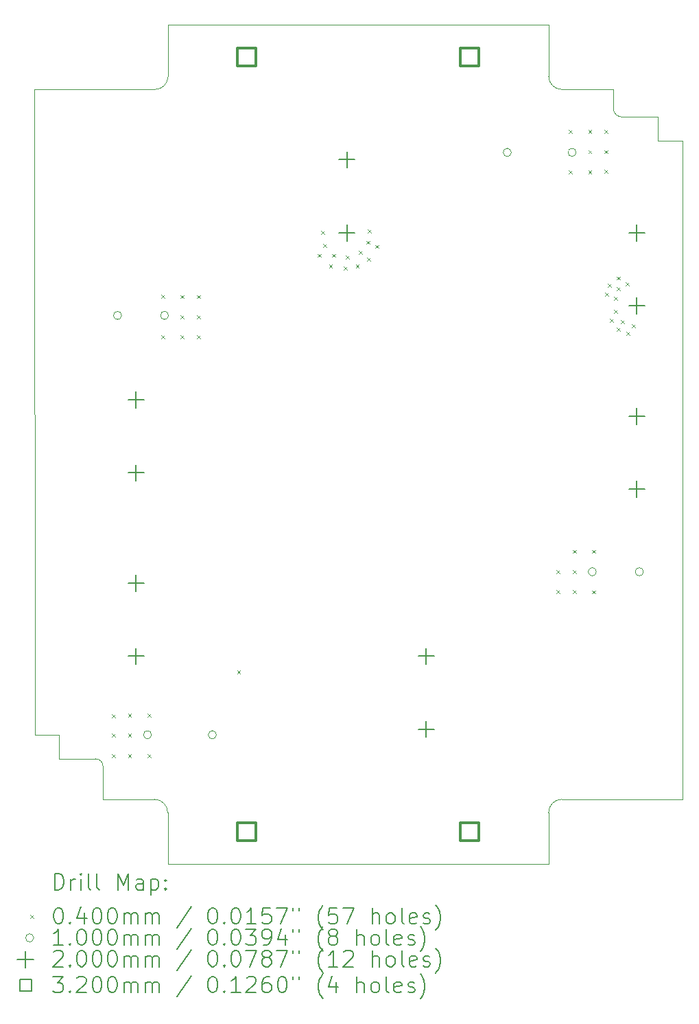
<source format=gbr>
%FSLAX45Y45*%
G04 Gerber Fmt 4.5, Leading zero omitted, Abs format (unit mm)*
G04 Created by KiCad (PCBNEW (6.0.5-0)) date 2023-01-03 07:13:59*
%MOMM*%
%LPD*%
G01*
G04 APERTURE LIST*
%TA.AperFunction,Profile*%
%ADD10C,0.100000*%
%TD*%
%ADD11C,0.200000*%
%ADD12C,0.040000*%
%ADD13C,0.100000*%
%ADD14C,0.320000*%
G04 APERTURE END LIST*
D10*
X13560000Y-14225000D02*
X8860000Y-14225000D01*
X14360000Y-4675000D02*
X14360000Y-4916130D01*
X15210000Y-5310000D02*
X15210000Y-13425000D01*
X7220000Y-12630000D02*
X7520000Y-12630000D01*
X8060567Y-13015036D02*
G75*
G03*
X7966933Y-12925000I-93657J-3694D01*
G01*
X14910000Y-5010000D02*
X14910000Y-5310000D01*
X13560000Y-14225000D02*
X13560000Y-13590000D01*
X8700000Y-4675000D02*
G75*
G03*
X8865000Y-4510000I0J165000D01*
G01*
X14360003Y-4916130D02*
G75*
G03*
X14454946Y-5010000I99097J5280D01*
G01*
X13725000Y-13425000D02*
G75*
G03*
X13560000Y-13590000I0J-165000D01*
G01*
X15210000Y-13425000D02*
X13725000Y-13425000D01*
X8860000Y-13590000D02*
X8860000Y-14225000D01*
X13560000Y-4510000D02*
X13560000Y-3875000D01*
X7210000Y-4675000D02*
X8700000Y-4675000D01*
X8860000Y-13590000D02*
G75*
G03*
X8695000Y-13425000I-165000J0D01*
G01*
X7966933Y-12925000D02*
X7520000Y-12930000D01*
X8695000Y-13425000D02*
X8060000Y-13425000D01*
X8060000Y-13425000D02*
X8060573Y-13015036D01*
X13560000Y-4510000D02*
G75*
G03*
X13725000Y-4675000I165000J0D01*
G01*
X7520000Y-12630000D02*
X7520000Y-12930000D01*
X8865000Y-3875000D02*
X13560000Y-3875000D01*
X7220000Y-12630000D02*
X7210000Y-4675000D01*
X14454946Y-5010000D02*
X14910000Y-5010000D01*
X14910000Y-5310000D02*
X15210000Y-5310000D01*
X8865000Y-3875000D02*
X8865000Y-4510000D01*
X13725000Y-4675000D02*
X14360000Y-4675000D01*
D11*
D12*
X8170000Y-12375000D02*
X8210000Y-12415000D01*
X8210000Y-12375000D02*
X8170000Y-12415000D01*
X8170000Y-12617500D02*
X8210000Y-12657500D01*
X8210000Y-12617500D02*
X8170000Y-12657500D01*
X8170000Y-12867500D02*
X8210000Y-12907500D01*
X8210000Y-12867500D02*
X8170000Y-12907500D01*
X8370000Y-12370000D02*
X8410000Y-12410000D01*
X8410000Y-12370000D02*
X8370000Y-12410000D01*
X8370000Y-12615000D02*
X8410000Y-12655000D01*
X8410000Y-12615000D02*
X8370000Y-12655000D01*
X8370000Y-12867500D02*
X8410000Y-12907500D01*
X8410000Y-12867500D02*
X8370000Y-12907500D01*
X8610000Y-12370000D02*
X8650000Y-12410000D01*
X8650000Y-12370000D02*
X8610000Y-12410000D01*
X8610000Y-12870000D02*
X8650000Y-12910000D01*
X8650000Y-12870000D02*
X8610000Y-12910000D01*
X8780000Y-7207500D02*
X8820000Y-7247500D01*
X8820000Y-7207500D02*
X8780000Y-7247500D01*
X8780000Y-7707500D02*
X8820000Y-7747500D01*
X8820000Y-7707500D02*
X8780000Y-7747500D01*
X9020000Y-7210000D02*
X9060000Y-7250000D01*
X9060000Y-7210000D02*
X9020000Y-7250000D01*
X9020000Y-7457500D02*
X9060000Y-7497500D01*
X9060000Y-7457500D02*
X9020000Y-7497500D01*
X9020000Y-7707500D02*
X9060000Y-7747500D01*
X9060000Y-7707500D02*
X9020000Y-7747500D01*
X9220000Y-7210000D02*
X9260000Y-7250000D01*
X9260000Y-7210000D02*
X9220000Y-7250000D01*
X9220000Y-7460000D02*
X9260000Y-7500000D01*
X9260000Y-7460000D02*
X9220000Y-7500000D01*
X9220000Y-7702500D02*
X9260000Y-7742500D01*
X9260000Y-7702500D02*
X9220000Y-7742500D01*
X9715000Y-11835000D02*
X9755000Y-11875000D01*
X9755000Y-11835000D02*
X9715000Y-11875000D01*
X10710000Y-6700000D02*
X10750000Y-6740000D01*
X10750000Y-6700000D02*
X10710000Y-6740000D01*
X10750000Y-6420000D02*
X10790000Y-6460000D01*
X10790000Y-6420000D02*
X10750000Y-6460000D01*
X10780000Y-6580000D02*
X10820000Y-6620000D01*
X10820000Y-6580000D02*
X10780000Y-6620000D01*
X10850000Y-6830000D02*
X10890000Y-6870000D01*
X10890000Y-6830000D02*
X10850000Y-6870000D01*
X10890000Y-6700000D02*
X10930000Y-6740000D01*
X10930000Y-6700000D02*
X10890000Y-6740000D01*
X11030000Y-6860000D02*
X11070000Y-6900000D01*
X11070000Y-6860000D02*
X11030000Y-6900000D01*
X11060000Y-6720000D02*
X11100000Y-6760000D01*
X11100000Y-6720000D02*
X11060000Y-6760000D01*
X11180000Y-6830000D02*
X11220000Y-6870000D01*
X11220000Y-6830000D02*
X11180000Y-6870000D01*
X11220000Y-6660000D02*
X11260000Y-6700000D01*
X11260000Y-6660000D02*
X11220000Y-6700000D01*
X11310000Y-6540000D02*
X11350000Y-6580000D01*
X11350000Y-6540000D02*
X11310000Y-6580000D01*
X11320000Y-6750000D02*
X11360000Y-6790000D01*
X11360000Y-6750000D02*
X11320000Y-6790000D01*
X11330000Y-6400000D02*
X11370000Y-6440000D01*
X11370000Y-6400000D02*
X11330000Y-6440000D01*
X11420000Y-6590000D02*
X11460000Y-6630000D01*
X11460000Y-6590000D02*
X11420000Y-6630000D01*
X13660000Y-10597500D02*
X13700000Y-10637500D01*
X13700000Y-10597500D02*
X13660000Y-10637500D01*
X13660000Y-10847500D02*
X13700000Y-10887500D01*
X13700000Y-10847500D02*
X13660000Y-10887500D01*
X13810000Y-5170000D02*
X13850000Y-5210000D01*
X13850000Y-5170000D02*
X13810000Y-5210000D01*
X13810000Y-5670000D02*
X13850000Y-5710000D01*
X13850000Y-5670000D02*
X13810000Y-5710000D01*
X13860000Y-10350000D02*
X13900000Y-10390000D01*
X13900000Y-10350000D02*
X13860000Y-10390000D01*
X13860000Y-10597500D02*
X13900000Y-10637500D01*
X13900000Y-10597500D02*
X13860000Y-10637500D01*
X13860000Y-10847500D02*
X13900000Y-10887500D01*
X13900000Y-10847500D02*
X13860000Y-10887500D01*
X14050000Y-5172500D02*
X14090000Y-5212500D01*
X14090000Y-5172500D02*
X14050000Y-5212500D01*
X14050000Y-5422500D02*
X14090000Y-5462500D01*
X14090000Y-5422500D02*
X14050000Y-5462500D01*
X14050000Y-5670000D02*
X14090000Y-5710000D01*
X14090000Y-5670000D02*
X14050000Y-5710000D01*
X14100000Y-10350000D02*
X14140000Y-10390000D01*
X14140000Y-10350000D02*
X14100000Y-10390000D01*
X14100000Y-10850000D02*
X14140000Y-10890000D01*
X14140000Y-10850000D02*
X14100000Y-10890000D01*
X14250000Y-5172500D02*
X14290000Y-5212500D01*
X14290000Y-5172500D02*
X14250000Y-5212500D01*
X14250000Y-5422500D02*
X14290000Y-5462500D01*
X14290000Y-5422500D02*
X14250000Y-5462500D01*
X14250000Y-5665000D02*
X14290000Y-5705000D01*
X14290000Y-5665000D02*
X14250000Y-5705000D01*
X14260000Y-7180000D02*
X14300000Y-7220000D01*
X14300000Y-7180000D02*
X14260000Y-7220000D01*
X14290000Y-7070000D02*
X14330000Y-7110000D01*
X14330000Y-7070000D02*
X14290000Y-7110000D01*
X14320000Y-7500000D02*
X14360000Y-7540000D01*
X14360000Y-7500000D02*
X14320000Y-7540000D01*
X14370000Y-7230000D02*
X14410000Y-7270000D01*
X14410000Y-7230000D02*
X14370000Y-7270000D01*
X14370000Y-7390000D02*
X14410000Y-7430000D01*
X14410000Y-7390000D02*
X14370000Y-7430000D01*
X14400000Y-6980000D02*
X14440000Y-7020000D01*
X14440000Y-6980000D02*
X14400000Y-7020000D01*
X14400000Y-7110000D02*
X14440000Y-7150000D01*
X14440000Y-7110000D02*
X14400000Y-7150000D01*
X14400000Y-7610000D02*
X14440000Y-7650000D01*
X14440000Y-7610000D02*
X14400000Y-7650000D01*
X14450000Y-7520000D02*
X14490000Y-7560000D01*
X14490000Y-7520000D02*
X14450000Y-7560000D01*
X14510000Y-7050000D02*
X14550000Y-7090000D01*
X14550000Y-7050000D02*
X14510000Y-7090000D01*
X14520000Y-7660000D02*
X14560000Y-7700000D01*
X14560000Y-7660000D02*
X14520000Y-7700000D01*
X14590000Y-7570000D02*
X14630000Y-7610000D01*
X14630000Y-7570000D02*
X14590000Y-7610000D01*
D13*
X8290000Y-7460000D02*
G75*
G03*
X8290000Y-7460000I-50000J0D01*
G01*
X8660000Y-12630000D02*
G75*
G03*
X8660000Y-12630000I-50000J0D01*
G01*
X8870000Y-7460000D02*
G75*
G03*
X8870000Y-7460000I-50000J0D01*
G01*
X9460000Y-12630000D02*
G75*
G03*
X9460000Y-12630000I-50000J0D01*
G01*
X13100000Y-5450000D02*
G75*
G03*
X13100000Y-5450000I-50000J0D01*
G01*
X13900000Y-5450000D02*
G75*
G03*
X13900000Y-5450000I-50000J0D01*
G01*
X14150000Y-10620000D02*
G75*
G03*
X14150000Y-10620000I-50000J0D01*
G01*
X14730000Y-10620000D02*
G75*
G03*
X14730000Y-10620000I-50000J0D01*
G01*
D11*
X8470000Y-8400000D02*
X8470000Y-8600000D01*
X8370000Y-8500000D02*
X8570000Y-8500000D01*
X8470000Y-9300000D02*
X8470000Y-9500000D01*
X8370000Y-9400000D02*
X8570000Y-9400000D01*
X8470000Y-10660000D02*
X8470000Y-10860000D01*
X8370000Y-10760000D02*
X8570000Y-10760000D01*
X8470000Y-11560000D02*
X8470000Y-11760000D01*
X8370000Y-11660000D02*
X8570000Y-11660000D01*
X11070000Y-5440000D02*
X11070000Y-5640000D01*
X10970000Y-5540000D02*
X11170000Y-5540000D01*
X11070000Y-6340000D02*
X11070000Y-6540000D01*
X10970000Y-6440000D02*
X11170000Y-6440000D01*
X12050000Y-11560000D02*
X12050000Y-11760000D01*
X11950000Y-11660000D02*
X12150000Y-11660000D01*
X12050000Y-12460000D02*
X12050000Y-12660000D01*
X11950000Y-12560000D02*
X12150000Y-12560000D01*
X14650000Y-6340000D02*
X14650000Y-6540000D01*
X14550000Y-6440000D02*
X14750000Y-6440000D01*
X14650000Y-7240000D02*
X14650000Y-7440000D01*
X14550000Y-7340000D02*
X14750000Y-7340000D01*
X14650000Y-8600000D02*
X14650000Y-8800000D01*
X14550000Y-8700000D02*
X14750000Y-8700000D01*
X14650000Y-9500000D02*
X14650000Y-9700000D01*
X14550000Y-9600000D02*
X14750000Y-9600000D01*
D14*
X9948138Y-4388138D02*
X9948138Y-4161862D01*
X9721862Y-4161862D01*
X9721862Y-4388138D01*
X9948138Y-4388138D01*
X9948138Y-13938138D02*
X9948138Y-13711862D01*
X9721862Y-13711862D01*
X9721862Y-13938138D01*
X9948138Y-13938138D01*
X12698138Y-4388138D02*
X12698138Y-4161862D01*
X12471862Y-4161862D01*
X12471862Y-4388138D01*
X12698138Y-4388138D01*
X12698138Y-13938138D02*
X12698138Y-13711862D01*
X12471862Y-13711862D01*
X12471862Y-13938138D01*
X12698138Y-13938138D01*
D11*
X7462619Y-14540476D02*
X7462619Y-14340476D01*
X7510238Y-14340476D01*
X7538809Y-14350000D01*
X7557857Y-14369048D01*
X7567381Y-14388095D01*
X7576905Y-14426190D01*
X7576905Y-14454762D01*
X7567381Y-14492857D01*
X7557857Y-14511905D01*
X7538809Y-14530952D01*
X7510238Y-14540476D01*
X7462619Y-14540476D01*
X7662619Y-14540476D02*
X7662619Y-14407143D01*
X7662619Y-14445238D02*
X7672143Y-14426190D01*
X7681667Y-14416667D01*
X7700714Y-14407143D01*
X7719762Y-14407143D01*
X7786428Y-14540476D02*
X7786428Y-14407143D01*
X7786428Y-14340476D02*
X7776905Y-14350000D01*
X7786428Y-14359524D01*
X7795952Y-14350000D01*
X7786428Y-14340476D01*
X7786428Y-14359524D01*
X7910238Y-14540476D02*
X7891190Y-14530952D01*
X7881667Y-14511905D01*
X7881667Y-14340476D01*
X8015000Y-14540476D02*
X7995952Y-14530952D01*
X7986428Y-14511905D01*
X7986428Y-14340476D01*
X8243571Y-14540476D02*
X8243571Y-14340476D01*
X8310238Y-14483333D01*
X8376905Y-14340476D01*
X8376905Y-14540476D01*
X8557857Y-14540476D02*
X8557857Y-14435714D01*
X8548333Y-14416667D01*
X8529286Y-14407143D01*
X8491190Y-14407143D01*
X8472143Y-14416667D01*
X8557857Y-14530952D02*
X8538810Y-14540476D01*
X8491190Y-14540476D01*
X8472143Y-14530952D01*
X8462619Y-14511905D01*
X8462619Y-14492857D01*
X8472143Y-14473809D01*
X8491190Y-14464286D01*
X8538810Y-14464286D01*
X8557857Y-14454762D01*
X8653095Y-14407143D02*
X8653095Y-14607143D01*
X8653095Y-14416667D02*
X8672143Y-14407143D01*
X8710238Y-14407143D01*
X8729286Y-14416667D01*
X8738810Y-14426190D01*
X8748333Y-14445238D01*
X8748333Y-14502381D01*
X8738810Y-14521428D01*
X8729286Y-14530952D01*
X8710238Y-14540476D01*
X8672143Y-14540476D01*
X8653095Y-14530952D01*
X8834048Y-14521428D02*
X8843571Y-14530952D01*
X8834048Y-14540476D01*
X8824524Y-14530952D01*
X8834048Y-14521428D01*
X8834048Y-14540476D01*
X8834048Y-14416667D02*
X8843571Y-14426190D01*
X8834048Y-14435714D01*
X8824524Y-14426190D01*
X8834048Y-14416667D01*
X8834048Y-14435714D01*
D12*
X7165000Y-14850000D02*
X7205000Y-14890000D01*
X7205000Y-14850000D02*
X7165000Y-14890000D01*
D11*
X7500714Y-14760476D02*
X7519762Y-14760476D01*
X7538809Y-14770000D01*
X7548333Y-14779524D01*
X7557857Y-14798571D01*
X7567381Y-14836667D01*
X7567381Y-14884286D01*
X7557857Y-14922381D01*
X7548333Y-14941428D01*
X7538809Y-14950952D01*
X7519762Y-14960476D01*
X7500714Y-14960476D01*
X7481667Y-14950952D01*
X7472143Y-14941428D01*
X7462619Y-14922381D01*
X7453095Y-14884286D01*
X7453095Y-14836667D01*
X7462619Y-14798571D01*
X7472143Y-14779524D01*
X7481667Y-14770000D01*
X7500714Y-14760476D01*
X7653095Y-14941428D02*
X7662619Y-14950952D01*
X7653095Y-14960476D01*
X7643571Y-14950952D01*
X7653095Y-14941428D01*
X7653095Y-14960476D01*
X7834048Y-14827143D02*
X7834048Y-14960476D01*
X7786428Y-14750952D02*
X7738809Y-14893809D01*
X7862619Y-14893809D01*
X7976905Y-14760476D02*
X7995952Y-14760476D01*
X8015000Y-14770000D01*
X8024524Y-14779524D01*
X8034048Y-14798571D01*
X8043571Y-14836667D01*
X8043571Y-14884286D01*
X8034048Y-14922381D01*
X8024524Y-14941428D01*
X8015000Y-14950952D01*
X7995952Y-14960476D01*
X7976905Y-14960476D01*
X7957857Y-14950952D01*
X7948333Y-14941428D01*
X7938809Y-14922381D01*
X7929286Y-14884286D01*
X7929286Y-14836667D01*
X7938809Y-14798571D01*
X7948333Y-14779524D01*
X7957857Y-14770000D01*
X7976905Y-14760476D01*
X8167381Y-14760476D02*
X8186428Y-14760476D01*
X8205476Y-14770000D01*
X8215000Y-14779524D01*
X8224524Y-14798571D01*
X8234048Y-14836667D01*
X8234048Y-14884286D01*
X8224524Y-14922381D01*
X8215000Y-14941428D01*
X8205476Y-14950952D01*
X8186428Y-14960476D01*
X8167381Y-14960476D01*
X8148333Y-14950952D01*
X8138809Y-14941428D01*
X8129286Y-14922381D01*
X8119762Y-14884286D01*
X8119762Y-14836667D01*
X8129286Y-14798571D01*
X8138809Y-14779524D01*
X8148333Y-14770000D01*
X8167381Y-14760476D01*
X8319762Y-14960476D02*
X8319762Y-14827143D01*
X8319762Y-14846190D02*
X8329286Y-14836667D01*
X8348333Y-14827143D01*
X8376905Y-14827143D01*
X8395952Y-14836667D01*
X8405476Y-14855714D01*
X8405476Y-14960476D01*
X8405476Y-14855714D02*
X8415000Y-14836667D01*
X8434048Y-14827143D01*
X8462619Y-14827143D01*
X8481667Y-14836667D01*
X8491190Y-14855714D01*
X8491190Y-14960476D01*
X8586429Y-14960476D02*
X8586429Y-14827143D01*
X8586429Y-14846190D02*
X8595952Y-14836667D01*
X8615000Y-14827143D01*
X8643571Y-14827143D01*
X8662619Y-14836667D01*
X8672143Y-14855714D01*
X8672143Y-14960476D01*
X8672143Y-14855714D02*
X8681667Y-14836667D01*
X8700714Y-14827143D01*
X8729286Y-14827143D01*
X8748333Y-14836667D01*
X8757857Y-14855714D01*
X8757857Y-14960476D01*
X9148333Y-14750952D02*
X8976905Y-15008095D01*
X9405476Y-14760476D02*
X9424524Y-14760476D01*
X9443571Y-14770000D01*
X9453095Y-14779524D01*
X9462619Y-14798571D01*
X9472143Y-14836667D01*
X9472143Y-14884286D01*
X9462619Y-14922381D01*
X9453095Y-14941428D01*
X9443571Y-14950952D01*
X9424524Y-14960476D01*
X9405476Y-14960476D01*
X9386429Y-14950952D01*
X9376905Y-14941428D01*
X9367381Y-14922381D01*
X9357857Y-14884286D01*
X9357857Y-14836667D01*
X9367381Y-14798571D01*
X9376905Y-14779524D01*
X9386429Y-14770000D01*
X9405476Y-14760476D01*
X9557857Y-14941428D02*
X9567381Y-14950952D01*
X9557857Y-14960476D01*
X9548333Y-14950952D01*
X9557857Y-14941428D01*
X9557857Y-14960476D01*
X9691190Y-14760476D02*
X9710238Y-14760476D01*
X9729286Y-14770000D01*
X9738810Y-14779524D01*
X9748333Y-14798571D01*
X9757857Y-14836667D01*
X9757857Y-14884286D01*
X9748333Y-14922381D01*
X9738810Y-14941428D01*
X9729286Y-14950952D01*
X9710238Y-14960476D01*
X9691190Y-14960476D01*
X9672143Y-14950952D01*
X9662619Y-14941428D01*
X9653095Y-14922381D01*
X9643571Y-14884286D01*
X9643571Y-14836667D01*
X9653095Y-14798571D01*
X9662619Y-14779524D01*
X9672143Y-14770000D01*
X9691190Y-14760476D01*
X9948333Y-14960476D02*
X9834048Y-14960476D01*
X9891190Y-14960476D02*
X9891190Y-14760476D01*
X9872143Y-14789048D01*
X9853095Y-14808095D01*
X9834048Y-14817619D01*
X10129286Y-14760476D02*
X10034048Y-14760476D01*
X10024524Y-14855714D01*
X10034048Y-14846190D01*
X10053095Y-14836667D01*
X10100714Y-14836667D01*
X10119762Y-14846190D01*
X10129286Y-14855714D01*
X10138810Y-14874762D01*
X10138810Y-14922381D01*
X10129286Y-14941428D01*
X10119762Y-14950952D01*
X10100714Y-14960476D01*
X10053095Y-14960476D01*
X10034048Y-14950952D01*
X10024524Y-14941428D01*
X10205476Y-14760476D02*
X10338810Y-14760476D01*
X10253095Y-14960476D01*
X10405476Y-14760476D02*
X10405476Y-14798571D01*
X10481667Y-14760476D02*
X10481667Y-14798571D01*
X10776905Y-15036667D02*
X10767381Y-15027143D01*
X10748333Y-14998571D01*
X10738810Y-14979524D01*
X10729286Y-14950952D01*
X10719762Y-14903333D01*
X10719762Y-14865238D01*
X10729286Y-14817619D01*
X10738810Y-14789048D01*
X10748333Y-14770000D01*
X10767381Y-14741428D01*
X10776905Y-14731905D01*
X10948333Y-14760476D02*
X10853095Y-14760476D01*
X10843571Y-14855714D01*
X10853095Y-14846190D01*
X10872143Y-14836667D01*
X10919762Y-14836667D01*
X10938810Y-14846190D01*
X10948333Y-14855714D01*
X10957857Y-14874762D01*
X10957857Y-14922381D01*
X10948333Y-14941428D01*
X10938810Y-14950952D01*
X10919762Y-14960476D01*
X10872143Y-14960476D01*
X10853095Y-14950952D01*
X10843571Y-14941428D01*
X11024524Y-14760476D02*
X11157857Y-14760476D01*
X11072143Y-14960476D01*
X11386428Y-14960476D02*
X11386428Y-14760476D01*
X11472143Y-14960476D02*
X11472143Y-14855714D01*
X11462619Y-14836667D01*
X11443571Y-14827143D01*
X11415000Y-14827143D01*
X11395952Y-14836667D01*
X11386428Y-14846190D01*
X11595952Y-14960476D02*
X11576905Y-14950952D01*
X11567381Y-14941428D01*
X11557857Y-14922381D01*
X11557857Y-14865238D01*
X11567381Y-14846190D01*
X11576905Y-14836667D01*
X11595952Y-14827143D01*
X11624524Y-14827143D01*
X11643571Y-14836667D01*
X11653095Y-14846190D01*
X11662619Y-14865238D01*
X11662619Y-14922381D01*
X11653095Y-14941428D01*
X11643571Y-14950952D01*
X11624524Y-14960476D01*
X11595952Y-14960476D01*
X11776905Y-14960476D02*
X11757857Y-14950952D01*
X11748333Y-14931905D01*
X11748333Y-14760476D01*
X11929286Y-14950952D02*
X11910238Y-14960476D01*
X11872143Y-14960476D01*
X11853095Y-14950952D01*
X11843571Y-14931905D01*
X11843571Y-14855714D01*
X11853095Y-14836667D01*
X11872143Y-14827143D01*
X11910238Y-14827143D01*
X11929286Y-14836667D01*
X11938809Y-14855714D01*
X11938809Y-14874762D01*
X11843571Y-14893809D01*
X12015000Y-14950952D02*
X12034048Y-14960476D01*
X12072143Y-14960476D01*
X12091190Y-14950952D01*
X12100714Y-14931905D01*
X12100714Y-14922381D01*
X12091190Y-14903333D01*
X12072143Y-14893809D01*
X12043571Y-14893809D01*
X12024524Y-14884286D01*
X12015000Y-14865238D01*
X12015000Y-14855714D01*
X12024524Y-14836667D01*
X12043571Y-14827143D01*
X12072143Y-14827143D01*
X12091190Y-14836667D01*
X12167381Y-15036667D02*
X12176905Y-15027143D01*
X12195952Y-14998571D01*
X12205476Y-14979524D01*
X12215000Y-14950952D01*
X12224524Y-14903333D01*
X12224524Y-14865238D01*
X12215000Y-14817619D01*
X12205476Y-14789048D01*
X12195952Y-14770000D01*
X12176905Y-14741428D01*
X12167381Y-14731905D01*
D13*
X7205000Y-15134000D02*
G75*
G03*
X7205000Y-15134000I-50000J0D01*
G01*
D11*
X7567381Y-15224476D02*
X7453095Y-15224476D01*
X7510238Y-15224476D02*
X7510238Y-15024476D01*
X7491190Y-15053048D01*
X7472143Y-15072095D01*
X7453095Y-15081619D01*
X7653095Y-15205428D02*
X7662619Y-15214952D01*
X7653095Y-15224476D01*
X7643571Y-15214952D01*
X7653095Y-15205428D01*
X7653095Y-15224476D01*
X7786428Y-15024476D02*
X7805476Y-15024476D01*
X7824524Y-15034000D01*
X7834048Y-15043524D01*
X7843571Y-15062571D01*
X7853095Y-15100667D01*
X7853095Y-15148286D01*
X7843571Y-15186381D01*
X7834048Y-15205428D01*
X7824524Y-15214952D01*
X7805476Y-15224476D01*
X7786428Y-15224476D01*
X7767381Y-15214952D01*
X7757857Y-15205428D01*
X7748333Y-15186381D01*
X7738809Y-15148286D01*
X7738809Y-15100667D01*
X7748333Y-15062571D01*
X7757857Y-15043524D01*
X7767381Y-15034000D01*
X7786428Y-15024476D01*
X7976905Y-15024476D02*
X7995952Y-15024476D01*
X8015000Y-15034000D01*
X8024524Y-15043524D01*
X8034048Y-15062571D01*
X8043571Y-15100667D01*
X8043571Y-15148286D01*
X8034048Y-15186381D01*
X8024524Y-15205428D01*
X8015000Y-15214952D01*
X7995952Y-15224476D01*
X7976905Y-15224476D01*
X7957857Y-15214952D01*
X7948333Y-15205428D01*
X7938809Y-15186381D01*
X7929286Y-15148286D01*
X7929286Y-15100667D01*
X7938809Y-15062571D01*
X7948333Y-15043524D01*
X7957857Y-15034000D01*
X7976905Y-15024476D01*
X8167381Y-15024476D02*
X8186428Y-15024476D01*
X8205476Y-15034000D01*
X8215000Y-15043524D01*
X8224524Y-15062571D01*
X8234048Y-15100667D01*
X8234048Y-15148286D01*
X8224524Y-15186381D01*
X8215000Y-15205428D01*
X8205476Y-15214952D01*
X8186428Y-15224476D01*
X8167381Y-15224476D01*
X8148333Y-15214952D01*
X8138809Y-15205428D01*
X8129286Y-15186381D01*
X8119762Y-15148286D01*
X8119762Y-15100667D01*
X8129286Y-15062571D01*
X8138809Y-15043524D01*
X8148333Y-15034000D01*
X8167381Y-15024476D01*
X8319762Y-15224476D02*
X8319762Y-15091143D01*
X8319762Y-15110190D02*
X8329286Y-15100667D01*
X8348333Y-15091143D01*
X8376905Y-15091143D01*
X8395952Y-15100667D01*
X8405476Y-15119714D01*
X8405476Y-15224476D01*
X8405476Y-15119714D02*
X8415000Y-15100667D01*
X8434048Y-15091143D01*
X8462619Y-15091143D01*
X8481667Y-15100667D01*
X8491190Y-15119714D01*
X8491190Y-15224476D01*
X8586429Y-15224476D02*
X8586429Y-15091143D01*
X8586429Y-15110190D02*
X8595952Y-15100667D01*
X8615000Y-15091143D01*
X8643571Y-15091143D01*
X8662619Y-15100667D01*
X8672143Y-15119714D01*
X8672143Y-15224476D01*
X8672143Y-15119714D02*
X8681667Y-15100667D01*
X8700714Y-15091143D01*
X8729286Y-15091143D01*
X8748333Y-15100667D01*
X8757857Y-15119714D01*
X8757857Y-15224476D01*
X9148333Y-15014952D02*
X8976905Y-15272095D01*
X9405476Y-15024476D02*
X9424524Y-15024476D01*
X9443571Y-15034000D01*
X9453095Y-15043524D01*
X9462619Y-15062571D01*
X9472143Y-15100667D01*
X9472143Y-15148286D01*
X9462619Y-15186381D01*
X9453095Y-15205428D01*
X9443571Y-15214952D01*
X9424524Y-15224476D01*
X9405476Y-15224476D01*
X9386429Y-15214952D01*
X9376905Y-15205428D01*
X9367381Y-15186381D01*
X9357857Y-15148286D01*
X9357857Y-15100667D01*
X9367381Y-15062571D01*
X9376905Y-15043524D01*
X9386429Y-15034000D01*
X9405476Y-15024476D01*
X9557857Y-15205428D02*
X9567381Y-15214952D01*
X9557857Y-15224476D01*
X9548333Y-15214952D01*
X9557857Y-15205428D01*
X9557857Y-15224476D01*
X9691190Y-15024476D02*
X9710238Y-15024476D01*
X9729286Y-15034000D01*
X9738810Y-15043524D01*
X9748333Y-15062571D01*
X9757857Y-15100667D01*
X9757857Y-15148286D01*
X9748333Y-15186381D01*
X9738810Y-15205428D01*
X9729286Y-15214952D01*
X9710238Y-15224476D01*
X9691190Y-15224476D01*
X9672143Y-15214952D01*
X9662619Y-15205428D01*
X9653095Y-15186381D01*
X9643571Y-15148286D01*
X9643571Y-15100667D01*
X9653095Y-15062571D01*
X9662619Y-15043524D01*
X9672143Y-15034000D01*
X9691190Y-15024476D01*
X9824524Y-15024476D02*
X9948333Y-15024476D01*
X9881667Y-15100667D01*
X9910238Y-15100667D01*
X9929286Y-15110190D01*
X9938810Y-15119714D01*
X9948333Y-15138762D01*
X9948333Y-15186381D01*
X9938810Y-15205428D01*
X9929286Y-15214952D01*
X9910238Y-15224476D01*
X9853095Y-15224476D01*
X9834048Y-15214952D01*
X9824524Y-15205428D01*
X10043571Y-15224476D02*
X10081667Y-15224476D01*
X10100714Y-15214952D01*
X10110238Y-15205428D01*
X10129286Y-15176857D01*
X10138810Y-15138762D01*
X10138810Y-15062571D01*
X10129286Y-15043524D01*
X10119762Y-15034000D01*
X10100714Y-15024476D01*
X10062619Y-15024476D01*
X10043571Y-15034000D01*
X10034048Y-15043524D01*
X10024524Y-15062571D01*
X10024524Y-15110190D01*
X10034048Y-15129238D01*
X10043571Y-15138762D01*
X10062619Y-15148286D01*
X10100714Y-15148286D01*
X10119762Y-15138762D01*
X10129286Y-15129238D01*
X10138810Y-15110190D01*
X10310238Y-15091143D02*
X10310238Y-15224476D01*
X10262619Y-15014952D02*
X10215000Y-15157809D01*
X10338810Y-15157809D01*
X10405476Y-15024476D02*
X10405476Y-15062571D01*
X10481667Y-15024476D02*
X10481667Y-15062571D01*
X10776905Y-15300667D02*
X10767381Y-15291143D01*
X10748333Y-15262571D01*
X10738810Y-15243524D01*
X10729286Y-15214952D01*
X10719762Y-15167333D01*
X10719762Y-15129238D01*
X10729286Y-15081619D01*
X10738810Y-15053048D01*
X10748333Y-15034000D01*
X10767381Y-15005428D01*
X10776905Y-14995905D01*
X10881667Y-15110190D02*
X10862619Y-15100667D01*
X10853095Y-15091143D01*
X10843571Y-15072095D01*
X10843571Y-15062571D01*
X10853095Y-15043524D01*
X10862619Y-15034000D01*
X10881667Y-15024476D01*
X10919762Y-15024476D01*
X10938810Y-15034000D01*
X10948333Y-15043524D01*
X10957857Y-15062571D01*
X10957857Y-15072095D01*
X10948333Y-15091143D01*
X10938810Y-15100667D01*
X10919762Y-15110190D01*
X10881667Y-15110190D01*
X10862619Y-15119714D01*
X10853095Y-15129238D01*
X10843571Y-15148286D01*
X10843571Y-15186381D01*
X10853095Y-15205428D01*
X10862619Y-15214952D01*
X10881667Y-15224476D01*
X10919762Y-15224476D01*
X10938810Y-15214952D01*
X10948333Y-15205428D01*
X10957857Y-15186381D01*
X10957857Y-15148286D01*
X10948333Y-15129238D01*
X10938810Y-15119714D01*
X10919762Y-15110190D01*
X11195952Y-15224476D02*
X11195952Y-15024476D01*
X11281667Y-15224476D02*
X11281667Y-15119714D01*
X11272143Y-15100667D01*
X11253095Y-15091143D01*
X11224524Y-15091143D01*
X11205476Y-15100667D01*
X11195952Y-15110190D01*
X11405476Y-15224476D02*
X11386428Y-15214952D01*
X11376905Y-15205428D01*
X11367381Y-15186381D01*
X11367381Y-15129238D01*
X11376905Y-15110190D01*
X11386428Y-15100667D01*
X11405476Y-15091143D01*
X11434048Y-15091143D01*
X11453095Y-15100667D01*
X11462619Y-15110190D01*
X11472143Y-15129238D01*
X11472143Y-15186381D01*
X11462619Y-15205428D01*
X11453095Y-15214952D01*
X11434048Y-15224476D01*
X11405476Y-15224476D01*
X11586428Y-15224476D02*
X11567381Y-15214952D01*
X11557857Y-15195905D01*
X11557857Y-15024476D01*
X11738809Y-15214952D02*
X11719762Y-15224476D01*
X11681667Y-15224476D01*
X11662619Y-15214952D01*
X11653095Y-15195905D01*
X11653095Y-15119714D01*
X11662619Y-15100667D01*
X11681667Y-15091143D01*
X11719762Y-15091143D01*
X11738809Y-15100667D01*
X11748333Y-15119714D01*
X11748333Y-15138762D01*
X11653095Y-15157809D01*
X11824524Y-15214952D02*
X11843571Y-15224476D01*
X11881667Y-15224476D01*
X11900714Y-15214952D01*
X11910238Y-15195905D01*
X11910238Y-15186381D01*
X11900714Y-15167333D01*
X11881667Y-15157809D01*
X11853095Y-15157809D01*
X11834048Y-15148286D01*
X11824524Y-15129238D01*
X11824524Y-15119714D01*
X11834048Y-15100667D01*
X11853095Y-15091143D01*
X11881667Y-15091143D01*
X11900714Y-15100667D01*
X11976905Y-15300667D02*
X11986428Y-15291143D01*
X12005476Y-15262571D01*
X12015000Y-15243524D01*
X12024524Y-15214952D01*
X12034048Y-15167333D01*
X12034048Y-15129238D01*
X12024524Y-15081619D01*
X12015000Y-15053048D01*
X12005476Y-15034000D01*
X11986428Y-15005428D01*
X11976905Y-14995905D01*
X7105000Y-15298000D02*
X7105000Y-15498000D01*
X7005000Y-15398000D02*
X7205000Y-15398000D01*
X7453095Y-15307524D02*
X7462619Y-15298000D01*
X7481667Y-15288476D01*
X7529286Y-15288476D01*
X7548333Y-15298000D01*
X7557857Y-15307524D01*
X7567381Y-15326571D01*
X7567381Y-15345619D01*
X7557857Y-15374190D01*
X7443571Y-15488476D01*
X7567381Y-15488476D01*
X7653095Y-15469428D02*
X7662619Y-15478952D01*
X7653095Y-15488476D01*
X7643571Y-15478952D01*
X7653095Y-15469428D01*
X7653095Y-15488476D01*
X7786428Y-15288476D02*
X7805476Y-15288476D01*
X7824524Y-15298000D01*
X7834048Y-15307524D01*
X7843571Y-15326571D01*
X7853095Y-15364667D01*
X7853095Y-15412286D01*
X7843571Y-15450381D01*
X7834048Y-15469428D01*
X7824524Y-15478952D01*
X7805476Y-15488476D01*
X7786428Y-15488476D01*
X7767381Y-15478952D01*
X7757857Y-15469428D01*
X7748333Y-15450381D01*
X7738809Y-15412286D01*
X7738809Y-15364667D01*
X7748333Y-15326571D01*
X7757857Y-15307524D01*
X7767381Y-15298000D01*
X7786428Y-15288476D01*
X7976905Y-15288476D02*
X7995952Y-15288476D01*
X8015000Y-15298000D01*
X8024524Y-15307524D01*
X8034048Y-15326571D01*
X8043571Y-15364667D01*
X8043571Y-15412286D01*
X8034048Y-15450381D01*
X8024524Y-15469428D01*
X8015000Y-15478952D01*
X7995952Y-15488476D01*
X7976905Y-15488476D01*
X7957857Y-15478952D01*
X7948333Y-15469428D01*
X7938809Y-15450381D01*
X7929286Y-15412286D01*
X7929286Y-15364667D01*
X7938809Y-15326571D01*
X7948333Y-15307524D01*
X7957857Y-15298000D01*
X7976905Y-15288476D01*
X8167381Y-15288476D02*
X8186428Y-15288476D01*
X8205476Y-15298000D01*
X8215000Y-15307524D01*
X8224524Y-15326571D01*
X8234048Y-15364667D01*
X8234048Y-15412286D01*
X8224524Y-15450381D01*
X8215000Y-15469428D01*
X8205476Y-15478952D01*
X8186428Y-15488476D01*
X8167381Y-15488476D01*
X8148333Y-15478952D01*
X8138809Y-15469428D01*
X8129286Y-15450381D01*
X8119762Y-15412286D01*
X8119762Y-15364667D01*
X8129286Y-15326571D01*
X8138809Y-15307524D01*
X8148333Y-15298000D01*
X8167381Y-15288476D01*
X8319762Y-15488476D02*
X8319762Y-15355143D01*
X8319762Y-15374190D02*
X8329286Y-15364667D01*
X8348333Y-15355143D01*
X8376905Y-15355143D01*
X8395952Y-15364667D01*
X8405476Y-15383714D01*
X8405476Y-15488476D01*
X8405476Y-15383714D02*
X8415000Y-15364667D01*
X8434048Y-15355143D01*
X8462619Y-15355143D01*
X8481667Y-15364667D01*
X8491190Y-15383714D01*
X8491190Y-15488476D01*
X8586429Y-15488476D02*
X8586429Y-15355143D01*
X8586429Y-15374190D02*
X8595952Y-15364667D01*
X8615000Y-15355143D01*
X8643571Y-15355143D01*
X8662619Y-15364667D01*
X8672143Y-15383714D01*
X8672143Y-15488476D01*
X8672143Y-15383714D02*
X8681667Y-15364667D01*
X8700714Y-15355143D01*
X8729286Y-15355143D01*
X8748333Y-15364667D01*
X8757857Y-15383714D01*
X8757857Y-15488476D01*
X9148333Y-15278952D02*
X8976905Y-15536095D01*
X9405476Y-15288476D02*
X9424524Y-15288476D01*
X9443571Y-15298000D01*
X9453095Y-15307524D01*
X9462619Y-15326571D01*
X9472143Y-15364667D01*
X9472143Y-15412286D01*
X9462619Y-15450381D01*
X9453095Y-15469428D01*
X9443571Y-15478952D01*
X9424524Y-15488476D01*
X9405476Y-15488476D01*
X9386429Y-15478952D01*
X9376905Y-15469428D01*
X9367381Y-15450381D01*
X9357857Y-15412286D01*
X9357857Y-15364667D01*
X9367381Y-15326571D01*
X9376905Y-15307524D01*
X9386429Y-15298000D01*
X9405476Y-15288476D01*
X9557857Y-15469428D02*
X9567381Y-15478952D01*
X9557857Y-15488476D01*
X9548333Y-15478952D01*
X9557857Y-15469428D01*
X9557857Y-15488476D01*
X9691190Y-15288476D02*
X9710238Y-15288476D01*
X9729286Y-15298000D01*
X9738810Y-15307524D01*
X9748333Y-15326571D01*
X9757857Y-15364667D01*
X9757857Y-15412286D01*
X9748333Y-15450381D01*
X9738810Y-15469428D01*
X9729286Y-15478952D01*
X9710238Y-15488476D01*
X9691190Y-15488476D01*
X9672143Y-15478952D01*
X9662619Y-15469428D01*
X9653095Y-15450381D01*
X9643571Y-15412286D01*
X9643571Y-15364667D01*
X9653095Y-15326571D01*
X9662619Y-15307524D01*
X9672143Y-15298000D01*
X9691190Y-15288476D01*
X9824524Y-15288476D02*
X9957857Y-15288476D01*
X9872143Y-15488476D01*
X10062619Y-15374190D02*
X10043571Y-15364667D01*
X10034048Y-15355143D01*
X10024524Y-15336095D01*
X10024524Y-15326571D01*
X10034048Y-15307524D01*
X10043571Y-15298000D01*
X10062619Y-15288476D01*
X10100714Y-15288476D01*
X10119762Y-15298000D01*
X10129286Y-15307524D01*
X10138810Y-15326571D01*
X10138810Y-15336095D01*
X10129286Y-15355143D01*
X10119762Y-15364667D01*
X10100714Y-15374190D01*
X10062619Y-15374190D01*
X10043571Y-15383714D01*
X10034048Y-15393238D01*
X10024524Y-15412286D01*
X10024524Y-15450381D01*
X10034048Y-15469428D01*
X10043571Y-15478952D01*
X10062619Y-15488476D01*
X10100714Y-15488476D01*
X10119762Y-15478952D01*
X10129286Y-15469428D01*
X10138810Y-15450381D01*
X10138810Y-15412286D01*
X10129286Y-15393238D01*
X10119762Y-15383714D01*
X10100714Y-15374190D01*
X10205476Y-15288476D02*
X10338810Y-15288476D01*
X10253095Y-15488476D01*
X10405476Y-15288476D02*
X10405476Y-15326571D01*
X10481667Y-15288476D02*
X10481667Y-15326571D01*
X10776905Y-15564667D02*
X10767381Y-15555143D01*
X10748333Y-15526571D01*
X10738810Y-15507524D01*
X10729286Y-15478952D01*
X10719762Y-15431333D01*
X10719762Y-15393238D01*
X10729286Y-15345619D01*
X10738810Y-15317048D01*
X10748333Y-15298000D01*
X10767381Y-15269428D01*
X10776905Y-15259905D01*
X10957857Y-15488476D02*
X10843571Y-15488476D01*
X10900714Y-15488476D02*
X10900714Y-15288476D01*
X10881667Y-15317048D01*
X10862619Y-15336095D01*
X10843571Y-15345619D01*
X11034048Y-15307524D02*
X11043571Y-15298000D01*
X11062619Y-15288476D01*
X11110238Y-15288476D01*
X11129286Y-15298000D01*
X11138810Y-15307524D01*
X11148333Y-15326571D01*
X11148333Y-15345619D01*
X11138810Y-15374190D01*
X11024524Y-15488476D01*
X11148333Y-15488476D01*
X11386428Y-15488476D02*
X11386428Y-15288476D01*
X11472143Y-15488476D02*
X11472143Y-15383714D01*
X11462619Y-15364667D01*
X11443571Y-15355143D01*
X11415000Y-15355143D01*
X11395952Y-15364667D01*
X11386428Y-15374190D01*
X11595952Y-15488476D02*
X11576905Y-15478952D01*
X11567381Y-15469428D01*
X11557857Y-15450381D01*
X11557857Y-15393238D01*
X11567381Y-15374190D01*
X11576905Y-15364667D01*
X11595952Y-15355143D01*
X11624524Y-15355143D01*
X11643571Y-15364667D01*
X11653095Y-15374190D01*
X11662619Y-15393238D01*
X11662619Y-15450381D01*
X11653095Y-15469428D01*
X11643571Y-15478952D01*
X11624524Y-15488476D01*
X11595952Y-15488476D01*
X11776905Y-15488476D02*
X11757857Y-15478952D01*
X11748333Y-15459905D01*
X11748333Y-15288476D01*
X11929286Y-15478952D02*
X11910238Y-15488476D01*
X11872143Y-15488476D01*
X11853095Y-15478952D01*
X11843571Y-15459905D01*
X11843571Y-15383714D01*
X11853095Y-15364667D01*
X11872143Y-15355143D01*
X11910238Y-15355143D01*
X11929286Y-15364667D01*
X11938809Y-15383714D01*
X11938809Y-15402762D01*
X11843571Y-15421809D01*
X12015000Y-15478952D02*
X12034048Y-15488476D01*
X12072143Y-15488476D01*
X12091190Y-15478952D01*
X12100714Y-15459905D01*
X12100714Y-15450381D01*
X12091190Y-15431333D01*
X12072143Y-15421809D01*
X12043571Y-15421809D01*
X12024524Y-15412286D01*
X12015000Y-15393238D01*
X12015000Y-15383714D01*
X12024524Y-15364667D01*
X12043571Y-15355143D01*
X12072143Y-15355143D01*
X12091190Y-15364667D01*
X12167381Y-15564667D02*
X12176905Y-15555143D01*
X12195952Y-15526571D01*
X12205476Y-15507524D01*
X12215000Y-15478952D01*
X12224524Y-15431333D01*
X12224524Y-15393238D01*
X12215000Y-15345619D01*
X12205476Y-15317048D01*
X12195952Y-15298000D01*
X12176905Y-15269428D01*
X12167381Y-15259905D01*
X7175711Y-15788711D02*
X7175711Y-15647289D01*
X7034289Y-15647289D01*
X7034289Y-15788711D01*
X7175711Y-15788711D01*
X7443571Y-15608476D02*
X7567381Y-15608476D01*
X7500714Y-15684667D01*
X7529286Y-15684667D01*
X7548333Y-15694190D01*
X7557857Y-15703714D01*
X7567381Y-15722762D01*
X7567381Y-15770381D01*
X7557857Y-15789428D01*
X7548333Y-15798952D01*
X7529286Y-15808476D01*
X7472143Y-15808476D01*
X7453095Y-15798952D01*
X7443571Y-15789428D01*
X7653095Y-15789428D02*
X7662619Y-15798952D01*
X7653095Y-15808476D01*
X7643571Y-15798952D01*
X7653095Y-15789428D01*
X7653095Y-15808476D01*
X7738809Y-15627524D02*
X7748333Y-15618000D01*
X7767381Y-15608476D01*
X7815000Y-15608476D01*
X7834048Y-15618000D01*
X7843571Y-15627524D01*
X7853095Y-15646571D01*
X7853095Y-15665619D01*
X7843571Y-15694190D01*
X7729286Y-15808476D01*
X7853095Y-15808476D01*
X7976905Y-15608476D02*
X7995952Y-15608476D01*
X8015000Y-15618000D01*
X8024524Y-15627524D01*
X8034048Y-15646571D01*
X8043571Y-15684667D01*
X8043571Y-15732286D01*
X8034048Y-15770381D01*
X8024524Y-15789428D01*
X8015000Y-15798952D01*
X7995952Y-15808476D01*
X7976905Y-15808476D01*
X7957857Y-15798952D01*
X7948333Y-15789428D01*
X7938809Y-15770381D01*
X7929286Y-15732286D01*
X7929286Y-15684667D01*
X7938809Y-15646571D01*
X7948333Y-15627524D01*
X7957857Y-15618000D01*
X7976905Y-15608476D01*
X8167381Y-15608476D02*
X8186428Y-15608476D01*
X8205476Y-15618000D01*
X8215000Y-15627524D01*
X8224524Y-15646571D01*
X8234048Y-15684667D01*
X8234048Y-15732286D01*
X8224524Y-15770381D01*
X8215000Y-15789428D01*
X8205476Y-15798952D01*
X8186428Y-15808476D01*
X8167381Y-15808476D01*
X8148333Y-15798952D01*
X8138809Y-15789428D01*
X8129286Y-15770381D01*
X8119762Y-15732286D01*
X8119762Y-15684667D01*
X8129286Y-15646571D01*
X8138809Y-15627524D01*
X8148333Y-15618000D01*
X8167381Y-15608476D01*
X8319762Y-15808476D02*
X8319762Y-15675143D01*
X8319762Y-15694190D02*
X8329286Y-15684667D01*
X8348333Y-15675143D01*
X8376905Y-15675143D01*
X8395952Y-15684667D01*
X8405476Y-15703714D01*
X8405476Y-15808476D01*
X8405476Y-15703714D02*
X8415000Y-15684667D01*
X8434048Y-15675143D01*
X8462619Y-15675143D01*
X8481667Y-15684667D01*
X8491190Y-15703714D01*
X8491190Y-15808476D01*
X8586429Y-15808476D02*
X8586429Y-15675143D01*
X8586429Y-15694190D02*
X8595952Y-15684667D01*
X8615000Y-15675143D01*
X8643571Y-15675143D01*
X8662619Y-15684667D01*
X8672143Y-15703714D01*
X8672143Y-15808476D01*
X8672143Y-15703714D02*
X8681667Y-15684667D01*
X8700714Y-15675143D01*
X8729286Y-15675143D01*
X8748333Y-15684667D01*
X8757857Y-15703714D01*
X8757857Y-15808476D01*
X9148333Y-15598952D02*
X8976905Y-15856095D01*
X9405476Y-15608476D02*
X9424524Y-15608476D01*
X9443571Y-15618000D01*
X9453095Y-15627524D01*
X9462619Y-15646571D01*
X9472143Y-15684667D01*
X9472143Y-15732286D01*
X9462619Y-15770381D01*
X9453095Y-15789428D01*
X9443571Y-15798952D01*
X9424524Y-15808476D01*
X9405476Y-15808476D01*
X9386429Y-15798952D01*
X9376905Y-15789428D01*
X9367381Y-15770381D01*
X9357857Y-15732286D01*
X9357857Y-15684667D01*
X9367381Y-15646571D01*
X9376905Y-15627524D01*
X9386429Y-15618000D01*
X9405476Y-15608476D01*
X9557857Y-15789428D02*
X9567381Y-15798952D01*
X9557857Y-15808476D01*
X9548333Y-15798952D01*
X9557857Y-15789428D01*
X9557857Y-15808476D01*
X9757857Y-15808476D02*
X9643571Y-15808476D01*
X9700714Y-15808476D02*
X9700714Y-15608476D01*
X9681667Y-15637048D01*
X9662619Y-15656095D01*
X9643571Y-15665619D01*
X9834048Y-15627524D02*
X9843571Y-15618000D01*
X9862619Y-15608476D01*
X9910238Y-15608476D01*
X9929286Y-15618000D01*
X9938810Y-15627524D01*
X9948333Y-15646571D01*
X9948333Y-15665619D01*
X9938810Y-15694190D01*
X9824524Y-15808476D01*
X9948333Y-15808476D01*
X10119762Y-15608476D02*
X10081667Y-15608476D01*
X10062619Y-15618000D01*
X10053095Y-15627524D01*
X10034048Y-15656095D01*
X10024524Y-15694190D01*
X10024524Y-15770381D01*
X10034048Y-15789428D01*
X10043571Y-15798952D01*
X10062619Y-15808476D01*
X10100714Y-15808476D01*
X10119762Y-15798952D01*
X10129286Y-15789428D01*
X10138810Y-15770381D01*
X10138810Y-15722762D01*
X10129286Y-15703714D01*
X10119762Y-15694190D01*
X10100714Y-15684667D01*
X10062619Y-15684667D01*
X10043571Y-15694190D01*
X10034048Y-15703714D01*
X10024524Y-15722762D01*
X10262619Y-15608476D02*
X10281667Y-15608476D01*
X10300714Y-15618000D01*
X10310238Y-15627524D01*
X10319762Y-15646571D01*
X10329286Y-15684667D01*
X10329286Y-15732286D01*
X10319762Y-15770381D01*
X10310238Y-15789428D01*
X10300714Y-15798952D01*
X10281667Y-15808476D01*
X10262619Y-15808476D01*
X10243571Y-15798952D01*
X10234048Y-15789428D01*
X10224524Y-15770381D01*
X10215000Y-15732286D01*
X10215000Y-15684667D01*
X10224524Y-15646571D01*
X10234048Y-15627524D01*
X10243571Y-15618000D01*
X10262619Y-15608476D01*
X10405476Y-15608476D02*
X10405476Y-15646571D01*
X10481667Y-15608476D02*
X10481667Y-15646571D01*
X10776905Y-15884667D02*
X10767381Y-15875143D01*
X10748333Y-15846571D01*
X10738810Y-15827524D01*
X10729286Y-15798952D01*
X10719762Y-15751333D01*
X10719762Y-15713238D01*
X10729286Y-15665619D01*
X10738810Y-15637048D01*
X10748333Y-15618000D01*
X10767381Y-15589428D01*
X10776905Y-15579905D01*
X10938810Y-15675143D02*
X10938810Y-15808476D01*
X10891190Y-15598952D02*
X10843571Y-15741809D01*
X10967381Y-15741809D01*
X11195952Y-15808476D02*
X11195952Y-15608476D01*
X11281667Y-15808476D02*
X11281667Y-15703714D01*
X11272143Y-15684667D01*
X11253095Y-15675143D01*
X11224524Y-15675143D01*
X11205476Y-15684667D01*
X11195952Y-15694190D01*
X11405476Y-15808476D02*
X11386428Y-15798952D01*
X11376905Y-15789428D01*
X11367381Y-15770381D01*
X11367381Y-15713238D01*
X11376905Y-15694190D01*
X11386428Y-15684667D01*
X11405476Y-15675143D01*
X11434048Y-15675143D01*
X11453095Y-15684667D01*
X11462619Y-15694190D01*
X11472143Y-15713238D01*
X11472143Y-15770381D01*
X11462619Y-15789428D01*
X11453095Y-15798952D01*
X11434048Y-15808476D01*
X11405476Y-15808476D01*
X11586428Y-15808476D02*
X11567381Y-15798952D01*
X11557857Y-15779905D01*
X11557857Y-15608476D01*
X11738809Y-15798952D02*
X11719762Y-15808476D01*
X11681667Y-15808476D01*
X11662619Y-15798952D01*
X11653095Y-15779905D01*
X11653095Y-15703714D01*
X11662619Y-15684667D01*
X11681667Y-15675143D01*
X11719762Y-15675143D01*
X11738809Y-15684667D01*
X11748333Y-15703714D01*
X11748333Y-15722762D01*
X11653095Y-15741809D01*
X11824524Y-15798952D02*
X11843571Y-15808476D01*
X11881667Y-15808476D01*
X11900714Y-15798952D01*
X11910238Y-15779905D01*
X11910238Y-15770381D01*
X11900714Y-15751333D01*
X11881667Y-15741809D01*
X11853095Y-15741809D01*
X11834048Y-15732286D01*
X11824524Y-15713238D01*
X11824524Y-15703714D01*
X11834048Y-15684667D01*
X11853095Y-15675143D01*
X11881667Y-15675143D01*
X11900714Y-15684667D01*
X11976905Y-15884667D02*
X11986428Y-15875143D01*
X12005476Y-15846571D01*
X12015000Y-15827524D01*
X12024524Y-15798952D01*
X12034048Y-15751333D01*
X12034048Y-15713238D01*
X12024524Y-15665619D01*
X12015000Y-15637048D01*
X12005476Y-15618000D01*
X11986428Y-15589428D01*
X11976905Y-15579905D01*
M02*

</source>
